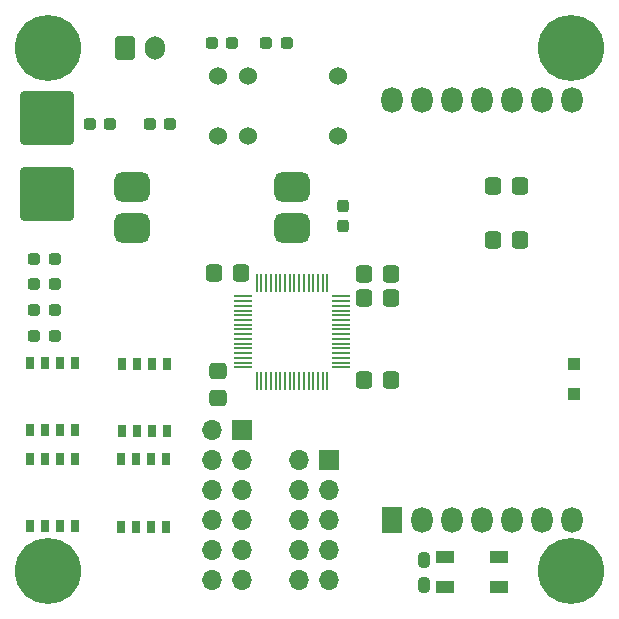
<source format=gts>
G04 #@! TF.GenerationSoftware,KiCad,Pcbnew,7.0.9*
G04 #@! TF.CreationDate,2024-06-27T15:35:45+09:00*
G04 #@! TF.ProjectId,YAMADAmain,59414d41-4441-46d6-9169-6e2e6b696361,rev?*
G04 #@! TF.SameCoordinates,Original*
G04 #@! TF.FileFunction,Soldermask,Top*
G04 #@! TF.FilePolarity,Negative*
%FSLAX46Y46*%
G04 Gerber Fmt 4.6, Leading zero omitted, Abs format (unit mm)*
G04 Created by KiCad (PCBNEW 7.0.9) date 2024-06-27 15:35:45*
%MOMM*%
%LPD*%
G01*
G04 APERTURE LIST*
G04 Aperture macros list*
%AMRoundRect*
0 Rectangle with rounded corners*
0 $1 Rounding radius*
0 $2 $3 $4 $5 $6 $7 $8 $9 X,Y pos of 4 corners*
0 Add a 4 corners polygon primitive as box body*
4,1,4,$2,$3,$4,$5,$6,$7,$8,$9,$2,$3,0*
0 Add four circle primitives for the rounded corners*
1,1,$1+$1,$2,$3*
1,1,$1+$1,$4,$5*
1,1,$1+$1,$6,$7*
1,1,$1+$1,$8,$9*
0 Add four rect primitives between the rounded corners*
20,1,$1+$1,$2,$3,$4,$5,0*
20,1,$1+$1,$4,$5,$6,$7,0*
20,1,$1+$1,$6,$7,$8,$9,0*
20,1,$1+$1,$8,$9,$2,$3,0*%
G04 Aperture macros list end*
%ADD10R,0.760000X1.100000*%
%ADD11R,1.500000X1.000000*%
%ADD12RoundRect,0.237500X0.237500X-0.400000X0.237500X0.400000X-0.237500X0.400000X-0.237500X-0.400000X0*%
%ADD13RoundRect,0.292875X0.394625X0.432125X-0.394625X0.432125X-0.394625X-0.432125X0.394625X-0.432125X0*%
%ADD14C,1.000000*%
%ADD15C,5.600000*%
%ADD16C,1.524000*%
%ADD17RoundRect,0.625000X-0.875000X-0.625000X0.875000X-0.625000X0.875000X0.625000X-0.875000X0.625000X0*%
%ADD18RoundRect,0.237500X-0.287500X-0.237500X0.287500X-0.237500X0.287500X0.237500X-0.287500X0.237500X0*%
%ADD19R,1.700000X1.700000*%
%ADD20O,1.700000X1.700000*%
%ADD21RoundRect,0.237500X0.287500X0.237500X-0.287500X0.237500X-0.287500X-0.237500X0.287500X-0.237500X0*%
%ADD22C,1.600000*%
%ADD23RoundRect,0.225000X2.025000X-2.025000X2.025000X2.025000X-2.025000X2.025000X-2.025000X-2.025000X0*%
%ADD24RoundRect,0.292875X-0.432125X0.394625X-0.432125X-0.394625X0.432125X-0.394625X0.432125X0.394625X0*%
%ADD25RoundRect,0.292875X-0.394625X-0.432125X0.394625X-0.432125X0.394625X0.432125X-0.394625X0.432125X0*%
%ADD26RoundRect,0.237500X0.237500X-0.287500X0.237500X0.287500X-0.237500X0.287500X-0.237500X-0.287500X0*%
%ADD27RoundRect,0.062500X0.687500X-0.062500X0.687500X0.062500X-0.687500X0.062500X-0.687500X-0.062500X0*%
%ADD28RoundRect,0.062500X0.062500X-0.687500X0.062500X0.687500X-0.062500X0.687500X-0.062500X-0.687500X0*%
%ADD29R,1.000000X1.000000*%
%ADD30R,1.800000X2.200000*%
%ADD31O,1.800000X2.200000*%
%ADD32O,1.700000X2.000000*%
%ADD33RoundRect,0.250000X-0.600000X-0.750000X0.600000X-0.750000X0.600000X0.750000X-0.600000X0.750000X0*%
G04 APERTURE END LIST*
D10*
X112369600Y-105211999D03*
X113639600Y-105211999D03*
X114909600Y-105211999D03*
X116179600Y-105211999D03*
X116179600Y-99512001D03*
X114909600Y-99512001D03*
X113639600Y-99512001D03*
X112369600Y-99512001D03*
X112369600Y-113345198D03*
X113639600Y-113345198D03*
X114909600Y-113345198D03*
X116179600Y-113345198D03*
X116179600Y-107645200D03*
X114909600Y-107645200D03*
X113639600Y-107645200D03*
X112369600Y-107645200D03*
X120040400Y-113390799D03*
X121310400Y-113390799D03*
X122580400Y-113390799D03*
X123850400Y-113390799D03*
X123850400Y-107690801D03*
X122580400Y-107690801D03*
X121310400Y-107690801D03*
X120040400Y-107690801D03*
X120091200Y-105267998D03*
X121361200Y-105267998D03*
X122631200Y-105267998D03*
X123901200Y-105267998D03*
X123901200Y-99568000D03*
X122631200Y-99568000D03*
X121361200Y-99568000D03*
X120091200Y-99568000D03*
D11*
X147458400Y-115976400D03*
X147458400Y-118476400D03*
X152058400Y-115976400D03*
X152058400Y-118476400D03*
D12*
X145694400Y-118288900D03*
X145694400Y-116163900D03*
D13*
X130209600Y-91916000D03*
X127934600Y-91916000D03*
D14*
X111680000Y-72850000D03*
X112324370Y-71294370D03*
X112324370Y-74405630D03*
X113880000Y-70650000D03*
D15*
X113880000Y-72850000D03*
D14*
X113880000Y-75050000D03*
X115435630Y-71294370D03*
X115435630Y-74405630D03*
X116080000Y-72850000D03*
D16*
X128270000Y-80342000D03*
X130810000Y-80342000D03*
X138430000Y-80342000D03*
X128270000Y-75262000D03*
X130810000Y-75262000D03*
X138430000Y-75262000D03*
D17*
X121012000Y-84660000D03*
X121012000Y-88060000D03*
X134512000Y-84660000D03*
X134512000Y-88060000D03*
D18*
X127725000Y-72390000D03*
X129475000Y-72390000D03*
D19*
X130282000Y-105156000D03*
D20*
X127742000Y-105156000D03*
X130282000Y-107696000D03*
X127742000Y-107696000D03*
X130282000Y-110236000D03*
X127742000Y-110236000D03*
X130282000Y-112776000D03*
X127742000Y-112776000D03*
X130282000Y-115316000D03*
X127742000Y-115316000D03*
X130282000Y-117856000D03*
X127742000Y-117856000D03*
D13*
X142900400Y-100939600D03*
X140625400Y-100939600D03*
D18*
X119153400Y-79248000D03*
X117403400Y-79248000D03*
D21*
X114429000Y-92862400D03*
X112679000Y-92862400D03*
D18*
X132325000Y-72390000D03*
X134075000Y-72390000D03*
D14*
X155950000Y-72850000D03*
X156594370Y-71294370D03*
X156594370Y-74405630D03*
X158150000Y-70650000D03*
D15*
X158150000Y-72850000D03*
D14*
X158150000Y-75050000D03*
X159705630Y-71294370D03*
X159705630Y-74405630D03*
X160350000Y-72850000D03*
D19*
X137668000Y-107696000D03*
D20*
X135128000Y-107696000D03*
X137668000Y-110236000D03*
X135128000Y-110236000D03*
X137668000Y-112776000D03*
X135128000Y-112776000D03*
X137668000Y-115316000D03*
X135128000Y-115316000D03*
X137668000Y-117856000D03*
X135128000Y-117856000D03*
D22*
X113792000Y-85240000D03*
D23*
X113792000Y-85240000D03*
D22*
X113792000Y-78740000D03*
D23*
X113792000Y-78740000D03*
D24*
X128295400Y-100214000D03*
X128295400Y-102489000D03*
D14*
X111650000Y-117150000D03*
X112294370Y-115594370D03*
X112294370Y-118705630D03*
X113850000Y-114950000D03*
D15*
X113850000Y-117150000D03*
D14*
X113850000Y-119350000D03*
X115405630Y-115594370D03*
X115405630Y-118705630D03*
X116050000Y-117150000D03*
D21*
X114429000Y-95046800D03*
X112679000Y-95046800D03*
D25*
X140623600Y-91948000D03*
X142898600Y-91948000D03*
D14*
X155950000Y-117150000D03*
X156594370Y-115594370D03*
X156594370Y-118705630D03*
X158150000Y-114950000D03*
D15*
X158150000Y-117150000D03*
D14*
X158150000Y-119350000D03*
X159705630Y-115594370D03*
X159705630Y-118705630D03*
X160350000Y-117150000D03*
D26*
X138830000Y-86212000D03*
X138830000Y-87962000D03*
D13*
X153806000Y-84576000D03*
X151531000Y-84576000D03*
D18*
X124233400Y-79248000D03*
X122483400Y-79248000D03*
D21*
X114429000Y-97231200D03*
X112679000Y-97231200D03*
D27*
X130352600Y-99885000D03*
X130352600Y-99485000D03*
X130352600Y-99085000D03*
X130352600Y-98685000D03*
X130352600Y-98285000D03*
X130352600Y-97885000D03*
X130352600Y-97485000D03*
X130352600Y-97085000D03*
X130352600Y-96685000D03*
X130352600Y-96285000D03*
X130352600Y-95885000D03*
X130352600Y-95485000D03*
X130352600Y-95085000D03*
X130352600Y-94685000D03*
X130352600Y-94285000D03*
X130352600Y-93885000D03*
D28*
X131527600Y-92710000D03*
X131927600Y-92710000D03*
X132327600Y-92710000D03*
X132727600Y-92710000D03*
X133127600Y-92710000D03*
X133527600Y-92710000D03*
X133927600Y-92710000D03*
X134327600Y-92710000D03*
X134727600Y-92710000D03*
X135127600Y-92710000D03*
X135527600Y-92710000D03*
X135927600Y-92710000D03*
X136327600Y-92710000D03*
X136727600Y-92710000D03*
X137127600Y-92710000D03*
X137527600Y-92710000D03*
D27*
X138702600Y-93885000D03*
X138702600Y-94285000D03*
X138702600Y-94685000D03*
X138702600Y-95085000D03*
X138702600Y-95485000D03*
X138702600Y-95885000D03*
X138702600Y-96285000D03*
X138702600Y-96685000D03*
X138702600Y-97085000D03*
X138702600Y-97485000D03*
X138702600Y-97885000D03*
X138702600Y-98285000D03*
X138702600Y-98685000D03*
X138702600Y-99085000D03*
X138702600Y-99485000D03*
X138702600Y-99885000D03*
D28*
X137527600Y-101060000D03*
X137127600Y-101060000D03*
X136727600Y-101060000D03*
X136327600Y-101060000D03*
X135927600Y-101060000D03*
X135527600Y-101060000D03*
X135127600Y-101060000D03*
X134727600Y-101060000D03*
X134327600Y-101060000D03*
X133927600Y-101060000D03*
X133527600Y-101060000D03*
X133127600Y-101060000D03*
X132727600Y-101060000D03*
X132327600Y-101060000D03*
X131927600Y-101060000D03*
X131527600Y-101060000D03*
D29*
X158364000Y-102108000D03*
X158364000Y-99608000D03*
D25*
X140614400Y-93980000D03*
X142889400Y-93980000D03*
D30*
X143002000Y-112776000D03*
D31*
X145542000Y-112776000D03*
X148082000Y-112776000D03*
X150622000Y-112776000D03*
X153162000Y-112776000D03*
X155702000Y-112776000D03*
X158242000Y-112776000D03*
X158242000Y-77216000D03*
X155702000Y-77216000D03*
X153162000Y-77216000D03*
X150622000Y-77216000D03*
X148082000Y-77216000D03*
X145542000Y-77216000D03*
X143002000Y-77216000D03*
D32*
X122916000Y-72881000D03*
D33*
X120416000Y-72881000D03*
D21*
X114429000Y-90716000D03*
X112679000Y-90716000D03*
D13*
X153806000Y-89148000D03*
X151531000Y-89148000D03*
M02*

</source>
